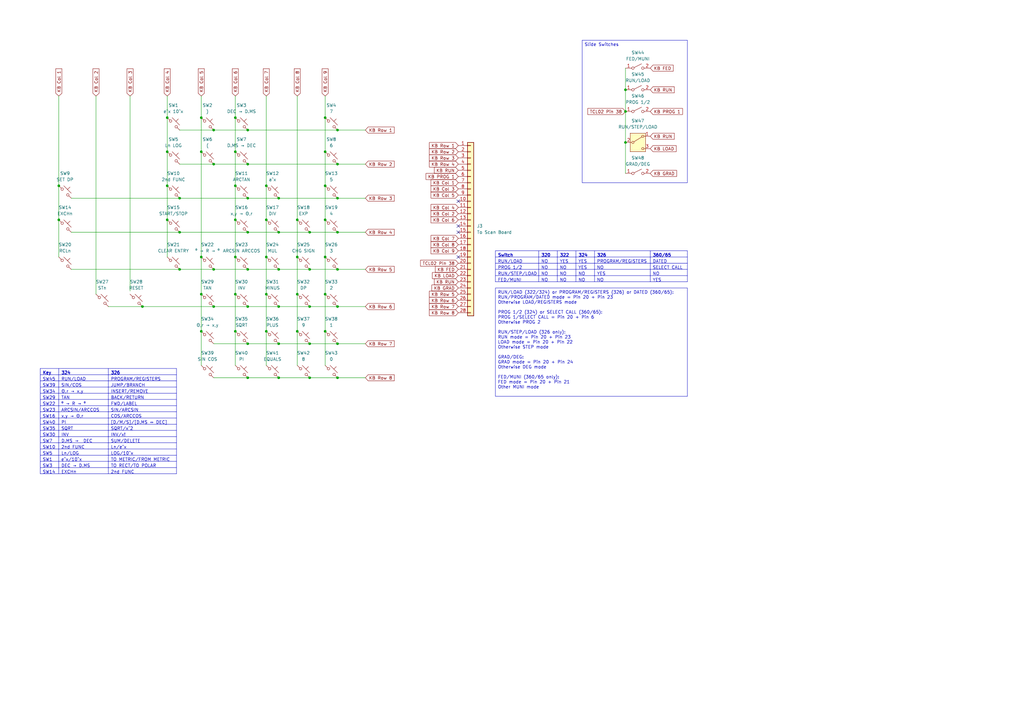
<source format=kicad_sch>
(kicad_sch (version 20250114) (generator "eeschema") (generator_version "9.0")
  (paper "A3")
  (title_block (title "Compucorp 300-Series Keyboard") (date "1/FEB/2026") (rev "WIP") (company "Brett Hallen") (comment 4 "NOTE! There may be errors!"))
  (lib_symbols
    (symbol "Connector_Generic:Conn_01x28" (pin_names (offset 1.016) (hide yes))
      (property "Reference" "J" (at 0 35.56 0))
      (property "Value" "Conn_01x28" (at 0 -38.1 0))
      (symbol "Conn_01x28_1_1"
        (rectangle (start -1.27 34.29) (end 1.27 -36.83) (stroke (width 0.254)) (fill (type background)))
        (rectangle (start -1.27 33.147) (end 0 32.893) (stroke (width 0.1524)))
        (rectangle (start -1.27 30.607) (end 0 30.353) (stroke (width 0.1524)))
        (rectangle (start -1.27 28.067) (end 0 27.813) (stroke (width 0.1524)))
        (rectangle (start -1.27 25.527) (end 0 25.273) (stroke (width 0.1524)))
        (rectangle (start -1.27 22.987) (end 0 22.733) (stroke (width 0.1524)))
        (rectangle (start -1.27 20.447) (end 0 20.193) (stroke (width 0.1524)))
        (rectangle (start -1.27 17.907) (end 0 17.653) (stroke (width 0.1524)))
        (rectangle (start -1.27 15.367) (end 0 15.113) (stroke (width 0.1524)))
        (rectangle (start -1.27 12.827) (end 0 12.573) (stroke (width 0.1524)))
        (rectangle (start -1.27 10.287) (end 0 10.033) (stroke (width 0.1524)))
        (rectangle (start -1.27 7.747) (end 0 7.493) (stroke (width 0.1524)))
        (rectangle (start -1.27 5.207) (end 0 4.953) (stroke (width 0.1524)))
        (rectangle (start -1.27 2.667) (end 0 2.413) (stroke (width 0.1524)))
        (rectangle (start -1.27 0.127) (end 0 -0.127) (stroke (width 0.1524)))
        (rectangle (start -1.27 -2.413) (end 0 -2.667) (stroke (width 0.1524)))
        (rectangle (start -1.27 -4.953) (end 0 -5.207) (stroke (width 0.1524)))
        (rectangle (start -1.27 -7.493) (end 0 -7.747) (stroke (width 0.1524)))
        (rectangle (start -1.27 -10.033) (end 0 -10.287) (stroke (width 0.1524)))
        (rectangle (start -1.27 -12.573) (end 0 -12.827) (stroke (width 0.1524)))
        (rectangle (start -1.27 -15.113) (end 0 -15.367) (stroke (width 0.1524)))
        (rectangle (start -1.27 -17.653) (end 0 -17.907) (stroke (width 0.1524)))
        (rectangle (start -1.27 -20.193) (end 0 -20.447) (stroke (width 0.1524)))
        (rectangle (start -1.27 -22.733) (end 0 -22.987) (stroke (width 0.1524)))
        (rectangle (start -1.27 -25.273) (end 0 -25.527) (stroke (width 0.1524)))
        (rectangle (start -1.27 -27.813) (end 0 -28.067) (stroke (width 0.1524)))
        (rectangle (start -1.27 -30.353) (end 0 -30.607) (stroke (width 0.1524)))
        (rectangle (start -1.27 -32.893) (end 0 -33.147) (stroke (width 0.1524)))
        (rectangle (start -1.27 -35.433) (end 0 -35.687) (stroke (width 0.1524)))
        (pin passive line (at -5.08 33.02 0) (length 3.81) (name "Pin_1") (number "1"))
        (pin passive line (at -5.08 30.48 0) (length 3.81) (name "Pin_2") (number "2"))
        (pin passive line (at -5.08 27.94 0) (length 3.81) (name "Pin_3") (number "3"))
        (pin passive line (at -5.08 25.4 0) (length 3.81) (name "Pin_4") (number "4"))
        (pin passive line (at -5.08 22.86 0) (length 3.81) (name "Pin_5") (number "5"))
        (pin passive line (at -5.08 20.32 0) (length 3.81) (name "Pin_6") (number "6"))
        (pin passive line (at -5.08 17.78 0) (length 3.81) (name "Pin_7") (number "7"))
        (pin passive line (at -5.08 15.24 0) (length 3.81) (name "Pin_8") (number "8"))
        (pin passive line (at -5.08 12.7 0) (length 3.81) (name "Pin_9") (number "9"))
        (pin passive line (at -5.08 10.16 0) (length 3.81) (name "Pin_10") (number "10"))
        (pin passive line (at -5.08 7.62 0) (length 3.81) (name "Pin_11") (number "11"))
        (pin passive line (at -5.08 5.08 0) (length 3.81) (name "Pin_12") (number "12"))
        (pin passive line (at -5.08 2.54 0) (length 3.81) (name "Pin_13") (number "13"))
        (pin passive line (at -5.08 0 0) (length 3.81) (name "Pin_14") (number "14"))
        (pin passive line (at -5.08 -2.54 0) (length 3.81) (name "Pin_15") (number "15"))
        (pin passive line (at -5.08 -5.08 0) (length 3.81) (name "Pin_16") (number "16"))
        (pin passive line (at -5.08 -7.62 0) (length 3.81) (name "Pin_17") (number "17"))
        (pin passive line (at -5.08 -10.16 0) (length 3.81) (name "Pin_18") (number "18"))
        (pin passive line (at -5.08 -12.7 0) (length 3.81) (name "Pin_19") (number "19"))
        (pin passive line (at -5.08 -15.24 0) (length 3.81) (name "Pin_20") (number "20"))
        (pin passive line (at -5.08 -17.78 0) (length 3.81) (name "Pin_21") (number "21"))
        (pin passive line (at -5.08 -20.32 0) (length 3.81) (name "Pin_22") (number "22"))
        (pin passive line (at -5.08 -22.86 0) (length 3.81) (name "Pin_23") (number "23"))
        (pin passive line (at -5.08 -25.4 0) (length 3.81) (name "Pin_24") (number "24"))
        (pin passive line (at -5.08 -27.94 0) (length 3.81) (name "Pin_25") (number "25"))
        (pin passive line (at -5.08 -30.48 0) (length 3.81) (name "Pin_26") (number "26"))
        (pin passive line (at -5.08 -33.02 0) (length 3.81) (name "Pin_27") (number "27"))
        (pin passive line (at -5.08 -35.56 0) (length 3.81) (name "Pin_28") (number "28"))
      )
    )
    (symbol "Switch:SW_Push_45deg" (pin_numbers (hide yes)) (pin_names (offset 1.016) (hide yes))
      (property "Reference" "SW" (at 3.048 1.016 0))
      (property "Value" "SW_Push_45deg" (at 0 -3.81 0))
      (symbol "SW_Push_45deg_0_1"
        (polyline (pts (xy -2.54 2.54) (xy -1.524 1.524) (xy -1.524 1.524)))
        (circle (center -1.1684 1.1684) (radius 0.508))
        (polyline (pts (xy -0.508 2.54) (xy 2.54 -0.508)))
        (polyline (pts (xy 1.016 1.016) (xy 2.032 2.032)))
        (circle (center 1.143 -1.1938) (radius 0.508))
        (polyline (pts (xy 1.524 -1.524) (xy 2.54 -2.54) (xy 2.54 -2.54) (xy 2.54 -2.54)))
        (pin passive line (at -2.54 2.54 0) (length 0) (name "1") (number "1"))
        (pin passive line (at 2.54 -2.54 180) (length 0) (name "2") (number "2"))
      )
    )
    (symbol "Switch:SW_SPDT" (pin_names (offset 0) (hide yes))
      (property "Reference" "SW" (at 0 5.08 0))
      (property "Value" "SW_SPDT" (at 0 -5.08 0))
      (symbol "SW_SPDT_0_1"
        (circle (center -2.032 0) (radius 0.4572))
        (polyline (pts (xy -1.651 0.254) (xy 1.651 2.286)))
        (circle (center 2.032 2.54) (radius 0.4572))
        (circle (center 2.032 -2.54) (radius 0.4572))
      )
      (symbol "SW_SPDT_1_1"
        (rectangle (start -3.175 3.81) (end 3.175 -3.81) (fill (type background)))
        (pin passive line (at -5.08 0 0) (length 2.54) (name "B") (number "2"))
        (pin passive line (at 5.08 2.54 180) (length 2.54) (name "A") (number "1"))
        (pin passive line (at 5.08 -2.54 180) (length 2.54) (name "C") (number "3"))
      )
    )
    (symbol "Switch:SW_SPST" (pin_names (offset 0) (hide yes))
      (property "Reference" "SW" (at 0 3.175 0))
      (property "Value" "SW_SPST" (at 0 -2.54 0))
      (symbol "SW_SPST_0_0"
        (circle (center -2.032 0) (radius 0.508))
        (polyline (pts (xy -1.524 0.254) (xy 1.524 1.778)))
        (circle (center 2.032 0) (radius 0.508))
      )
      (symbol "SW_SPST_1_1"
        (pin passive line (at -5.08 0 0) (length 2.54) (name "A") (number "1"))
        (pin passive line (at 5.08 0 180) (length 2.54) (name "B") (number "2"))
      )
    )
  )
  (text_box "RUN/LOAD (322/324) or PROGRAM/REGISTERS (326) or DATED (360/65): \nRUN/PROGRAM/DATED mode = Pin 20 + Pin 23\nOtherwise LOAD/REGISTERS mode\n\nPROG 1/2 (324) or SELECT CALL (360/65):\nPROG 1/SELECT CALL = Pin 20 + Pin 6\nOtherwise PROG 2\n\nRUN/STEP/LOAD (326 only):\nRUN mode = Pin 20 + Pin 23\nLOAD mode = Pin 20 + Pin 22\nOtherwise STEP mode\n\nGRAD/DEG:\nGRAD mode = Pin 20 + Pin 24\nOtherwise DEG mode\n\nFED/MUNI (360/65 only):\nFED mode = Pin 20 + Pin 21\nOther MUNI mode" (at 203.2 118.11 0) (size 78.74 44.45) (margins 0.9525 0.9525 0.9525 0.9525) (effects (font (size 1.27 1.27)) (justify left top)))
  (text_box "Slide Switches" (at 238.76 16.51 0) (size 43.18 58.42) (margins 0.9525 0.9525 0.9525 0.9525) (effects (font (size 1.27 1.27)) (justify left top)))
  (junction (at 73.66 95.25))
  (junction (at 133.35 120.65))
  (junction (at 101.6 53.34))
  (junction (at 127 110.49))
  (junction (at 127 140.97))
  (junction (at 127 154.94))
  (junction (at 138.43 95.25))
  (junction (at 114.3 154.94))
  (junction (at 138.43 53.34))
  (junction (at 96.52 76.2))
  (junction (at 114.3 140.97))
  (junction (at 96.52 62.23))
  (junction (at 109.22 90.17))
  (junction (at 133.35 48.26))
  (junction (at 68.58 90.17))
  (junction (at 138.43 154.94))
  (junction (at 127 95.25))
  (junction (at 101.6 154.94))
  (junction (at 96.52 90.17))
  (junction (at 96.52 135.89))
  (junction (at 138.43 81.28))
  (junction (at 68.58 48.26))
  (junction (at 82.55 120.65))
  (junction (at 58.42 125.73))
  (junction (at 87.63 67.31))
  (junction (at 121.92 90.17))
  (junction (at 127 125.73))
  (junction (at 114.3 95.25))
  (junction (at 82.55 62.23))
  (junction (at 114.3 125.73))
  (junction (at 87.63 110.49))
  (junction (at 73.66 110.49))
  (junction (at 109.22 76.2))
  (junction (at 138.43 140.97))
  (junction (at 24.13 76.2))
  (junction (at 133.35 62.23))
  (junction (at 73.66 81.28))
  (junction (at 138.43 125.73))
  (junction (at 82.55 48.26))
  (junction (at 101.6 95.25))
  (junction (at 256.54 58.42))
  (junction (at 82.55 105.41))
  (junction (at 68.58 76.2))
  (junction (at 256.54 45.72))
  (junction (at 68.58 62.23))
  (junction (at 109.22 120.65))
  (junction (at 96.52 105.41))
  (junction (at 138.43 110.49))
  (junction (at 256.54 36.83))
  (junction (at 96.52 120.65))
  (junction (at 101.6 140.97))
  (junction (at 121.92 120.65))
  (junction (at 114.3 110.49))
  (junction (at 101.6 81.28))
  (junction (at 101.6 110.49))
  (junction (at 121.92 135.89))
  (junction (at 24.13 90.17))
  (junction (at 101.6 67.31))
  (junction (at 138.43 67.31))
  (junction (at 133.35 135.89))
  (junction (at 87.63 53.34))
  (junction (at 87.63 125.73))
  (junction (at 109.22 105.41))
  (junction (at 133.35 90.17))
  (junction (at 133.35 105.41))
  (junction (at 109.22 135.89))
  (junction (at 133.35 76.2))
  (junction (at 101.6 125.73))
  (junction (at 114.3 81.28))
  (junction (at 96.52 48.26))
  (junction (at 82.55 135.89))
  (junction (at 121.92 105.41))
  (no_connect (at 187.96 95.25))
  (no_connect (at 187.96 82.55))
  (no_connect (at 187.96 105.41))
  (no_connect (at 187.96 92.71))
  (wire (pts (xy 138.43 67.31) (xy 149.86 67.31)))
  (wire (pts (xy 96.52 120.65) (xy 96.52 135.89)))
  (wire (pts (xy 138.43 81.28) (xy 149.86 81.28)))
  (wire (pts (xy 24.13 39.37) (xy 24.13 76.2)))
  (wire (pts (xy 138.43 140.97) (xy 149.86 140.97)))
  (wire (pts (xy 87.63 125.73) (xy 101.6 125.73)))
  (wire (pts (xy 87.63 140.97) (xy 101.6 140.97)))
  (wire (pts (xy 109.22 105.41) (xy 109.22 120.65)))
  (wire (pts (xy 127 125.73) (xy 138.43 125.73)))
  (wire (pts (xy 114.3 81.28) (xy 138.43 81.28)))
  (wire (pts (xy 133.35 120.65) (xy 133.35 135.89)))
  (wire (pts (xy 68.58 62.23) (xy 68.58 76.2)))
  (wire (pts (xy 82.55 48.26) (xy 82.55 62.23)))
  (wire (pts (xy 29.21 110.49) (xy 73.66 110.49)))
  (wire (pts (xy 96.52 135.89) (xy 96.52 149.86)))
  (wire (pts (xy 82.55 120.65) (xy 82.55 135.89)))
  (wire (pts (xy 68.58 90.17) (xy 68.58 105.41)))
  (wire (pts (xy 114.3 95.25) (xy 127 95.25)))
  (wire (pts (xy 73.66 67.31) (xy 87.63 67.31)))
  (wire (pts (xy 138.43 53.34) (xy 149.86 53.34)))
  (wire (pts (xy 109.22 76.2) (xy 109.22 90.17)))
  (wire (pts (xy 82.55 39.37) (xy 82.55 48.26)))
  (wire (pts (xy 68.58 76.2) (xy 68.58 90.17)))
  (wire (pts (xy 73.66 81.28) (xy 101.6 81.28)))
  (wire (pts (xy 138.43 154.94) (xy 149.86 154.94)))
  (wire (pts (xy 96.52 105.41) (xy 96.52 120.65)))
  (wire (pts (xy 109.22 135.89) (xy 109.22 149.86)))
  (wire (pts (xy 133.35 48.26) (xy 133.35 62.23)))
  (wire (pts (xy 138.43 95.25) (xy 149.86 95.25)))
  (wire (pts (xy 68.58 39.37) (xy 68.58 48.26)))
  (wire (pts (xy 133.35 105.41) (xy 133.35 120.65)))
  (wire (pts (xy 127 95.25) (xy 138.43 95.25)))
  (wire (pts (xy 24.13 76.2) (xy 24.13 90.17)))
  (wire (pts (xy 53.34 39.37) (xy 53.34 119.38)))
  (wire (pts (xy 121.92 135.89) (xy 121.92 149.86)))
  (wire (pts (xy 127 154.94) (xy 138.43 154.94)))
  (wire (pts (xy 96.52 62.23) (xy 96.52 76.2)))
  (wire (pts (xy 96.52 90.17) (xy 96.52 105.41)))
  (wire (pts (xy 87.63 67.31) (xy 101.6 67.31)))
  (wire (pts (xy 256.54 27.94) (xy 256.54 36.83)))
  (wire (pts (xy 24.13 90.17) (xy 24.13 105.41)))
  (wire (pts (xy 138.43 125.73) (xy 149.86 125.73)))
  (wire (pts (xy 121.92 39.37) (xy 121.92 90.17)))
  (wire (pts (xy 87.63 53.34) (xy 101.6 53.34)))
  (wire (pts (xy 133.35 135.89) (xy 133.35 149.86)))
  (wire (pts (xy 101.6 81.28) (xy 114.3 81.28)))
  (wire (pts (xy 133.35 90.17) (xy 133.35 105.41)))
  (wire (pts (xy 68.58 48.26) (xy 68.58 62.23)))
  (wire (pts (xy 121.92 120.65) (xy 121.92 135.89)))
  (wire (pts (xy 256.54 58.42) (xy 256.54 71.12)))
  (wire (pts (xy 138.43 110.49) (xy 149.86 110.49)))
  (wire (pts (xy 127 140.97) (xy 138.43 140.97)))
  (wire (pts (xy 109.22 39.37) (xy 109.22 76.2)))
  (wire (pts (xy 109.22 90.17) (xy 109.22 105.41)))
  (wire (pts (xy 114.3 110.49) (xy 127 110.49)))
  (wire (pts (xy 101.6 110.49) (xy 114.3 110.49)))
  (wire (pts (xy 96.52 48.26) (xy 96.52 62.23)))
  (wire (pts (xy 101.6 53.34) (xy 138.43 53.34)))
  (wire (pts (xy 39.37 39.37) (xy 39.37 120.65)))
  (wire (pts (xy 114.3 125.73) (xy 127 125.73)))
  (wire (pts (xy 121.92 90.17) (xy 121.92 105.41)))
  (wire (pts (xy 87.63 110.49) (xy 101.6 110.49)))
  (wire (pts (xy 109.22 120.65) (xy 109.22 135.89)))
  (wire (pts (xy 101.6 67.31) (xy 138.43 67.31)))
  (wire (pts (xy 73.66 110.49) (xy 87.63 110.49)))
  (wire (pts (xy 101.6 140.97) (xy 114.3 140.97)))
  (wire (pts (xy 101.6 154.94) (xy 114.3 154.94)))
  (wire (pts (xy 121.92 105.41) (xy 121.92 120.65)))
  (wire (pts (xy 73.66 95.25) (xy 101.6 95.25)))
  (wire (pts (xy 96.52 76.2) (xy 96.52 90.17)))
  (wire (pts (xy 114.3 140.97) (xy 127 140.97)))
  (wire (pts (xy 29.21 81.28) (xy 73.66 81.28)))
  (wire (pts (xy 96.52 39.37) (xy 96.52 48.26)))
  (wire (pts (xy 114.3 154.94) (xy 127 154.94)))
  (wire (pts (xy 73.66 53.34) (xy 87.63 53.34)))
  (wire (pts (xy 133.35 62.23) (xy 133.35 76.2)))
  (wire (pts (xy 87.63 154.94) (xy 101.6 154.94)))
  (wire (pts (xy 82.55 105.41) (xy 82.55 120.65)))
  (wire (pts (xy 29.21 95.25) (xy 73.66 95.25)))
  (wire (pts (xy 82.55 62.23) (xy 82.55 105.41)))
  (wire (pts (xy 256.54 36.83) (xy 256.54 45.72)))
  (wire (pts (xy 127 110.49) (xy 138.43 110.49)))
  (wire (pts (xy 101.6 95.25) (xy 114.3 95.25)))
  (wire (pts (xy 101.6 125.73) (xy 114.3 125.73)))
  (wire (pts (xy 133.35 39.37) (xy 133.35 48.26)))
  (wire (pts (xy 44.45 125.73) (xy 58.42 125.73)))
  (wire (pts (xy 82.55 135.89) (xy 82.55 149.86)))
  (wire (pts (xy 133.35 76.2) (xy 133.35 90.17)))
  (wire (pts (xy 58.42 125.73) (xy 87.63 125.73)))
  (wire (pts (xy 256.54 45.72) (xy 256.54 58.42)))
  (table (column_count 3) (border (external yes) (header yes)) (separators (rows yes) (cols yes)) (column_widths 7.62 20.32 27.94) (row_heights 2.54 2.54 2.54 2.54 2.54 2.54 2.54 2.54 2.54 2.54 2.54 2.54 2.54 2.54 2.54 2.54 2.54) (cells (table_cell "Key" (at 16.51 151.13 0) (size 7.62 2.54) (margins 0.9525 0.9525 0.9525 0.9525) (span 1 1)) (table_cell "324" (at 24.13 151.13 0) (size 20.32 2.54) (margins 0.9525 0.9525 0.9525 0.9525) (span 1 1)) (table_cell "326" (at 44.45 151.13 0) (size 27.94 2.54) (margins 0.9525 0.9525 0.9525 0.9525) (span 1 1)) (table_cell "SW45" (at 16.51 153.67 0) (size 7.62 2.54) (margins 0.9525 0.9525 0.9525 0.9525) (span 1 1)) (table_cell "RUN/LOAD" (at 24.13 153.67 0) (size 20.32 2.54) (margins 0.9525 0.9525 0.9525 0.9525) (span 1 1)) (table_cell "PROGRAM/REGISTERS" (at 44.45 153.67 0) (size 27.94 2.54) (margins 0.9525 0.9525 0.9525 0.9525) (span 1 1)) (table_cell "SW39" (at 16.51 156.21 0) (size 7.62 2.54) (margins 0.9525 0.9525 0.9525 0.9525) (span 1 1)) (table_cell "SIN/COS" (at 24.13 156.21 0) (size 20.32 2.54) (margins 0.9525 0.9525 0.9525 0.9525) (span 1 1)) (table_cell "JUMP/BRANCH" (at 44.45 156.21 0) (size 27.94 2.54) (margins 0.9525 0.9525 0.9525 0.9525) (span 1 1)) (table_cell "SW34" (at 16.51 158.75 0) (size 7.62 2.54) (margins 0.9525 0.9525 0.9525 0.9525) (span 1 1)) (table_cell "Θ,r → x,y" (at 24.13 158.75 0) (size 20.32 2.54) (margins 0.9525 0.9525 0.9525 0.9525) (span 1 1)) (table_cell "INSERT/REMOVE" (at 44.45 158.75 0) (size 27.94 2.54) (margins 0.9525 0.9525 0.9525 0.9525) (span 1 1)) (table_cell "SW29" (at 16.51 161.29 0) (size 7.62 2.54) (margins 0.9525 0.9525 0.9525 0.9525) (span 1 1)) (table_cell "TAN" (at 24.13 161.29 0) (size 20.32 2.54) (margins 0.9525 0.9525 0.9525 0.9525) (span 1 1)) (table_cell "BACK/RETURN" (at 44.45 161.29 0) (size 27.94 2.54) (margins 0.9525 0.9525 0.9525 0.9525) (span 1 1)) (table_cell "SW22" (at 16.51 163.83 0) (size 7.62 2.54) (margins 0.9525 0.9525 0.9525 0.9525) (span 1 1)) (table_cell "º → R → º" (at 24.13 163.83 0) (size 20.32 2.54) (margins 0.9525 0.9525 0.9525 0.9525) (span 1 1)) (table_cell "FWD/LABEL" (at 44.45 163.83 0) (size 27.94 2.54) (margins 0.9525 0.9525 0.9525 0.9525) (span 1 1)) (table_cell "SW23" (at 16.51 166.37 0) (size 7.62 2.54) (margins 0.9525 0.9525 0.9525 0.9525) (span 1 1)) (table_cell "ARCSIN/ARCCOS" (at 24.13 166.37 0) (size 20.32 2.54) (margins 0.9525 0.9525 0.9525 0.9525) (span 1 1)) (table_cell "SIN/ARCSIN" (at 44.45 166.37 0) (size 27.94 2.54) (margins 0.9525 0.9525 0.9525 0.9525) (span 1 1)) (table_cell "SW16" (at 16.51 168.91 0) (size 7.62 2.54) (margins 0.9525 0.9525 0.9525 0.9525) (span 1 1)) (table_cell "x,y → Θ,r" (at 24.13 168.91 0) (size 20.32 2.54) (margins 0.9525 0.9525 0.9525 0.9525) (span 1 1)) (table_cell "COS/ARCCOS" (at 44.45 168.91 0) (size 27.94 2.54) (margins 0.9525 0.9525 0.9525 0.9525) (span 1 1)) (table_cell "SW40" (at 16.51 171.45 0) (size 7.62 2.54) (margins 0.9525 0.9525 0.9525 0.9525) (span 1 1)) (table_cell "PI" (at 24.13 171.45 0) (size 20.32 2.54) (margins 0.9525 0.9525 0.9525 0.9525) (span 1 1)) (table_cell "[D/M/S]/[D.MS ↔ DEC]" (at 44.45 171.45 0) (size 27.94 2.54) (margins 0.9525 0.9525 0.9525 0.9525) (span 1 1)) (table_cell "SW35" (at 16.51 173.99 0) (size 7.62 2.54) (margins 0.9525 0.9525 0.9525 0.9525) (span 1 1)) (table_cell "SQRT" (at 24.13 173.99 0) (size 20.32 2.54) (margins 0.9525 0.9525 0.9525 0.9525) (span 1 1)) (table_cell "SQRT/x^2" (at 44.45 173.99 0) (size 27.94 2.54) (margins 0.9525 0.9525 0.9525 0.9525) (span 1 1)) (table_cell "SW30" (at 16.51 176.53 0) (size 7.62 2.54) (margins 0.9525 0.9525 0.9525 0.9525) (span 1 1)) (table_cell "INV" (at 24.13 176.53 0) (size 20.32 2.54) (margins 0.9525 0.9525 0.9525 0.9525) (span 1 1)) (table_cell "INV/x!" (at 44.45 176.53 0) (size 27.94 2.54) (margins 0.9525 0.9525 0.9525 0.9525) (span 1 1)) (table_cell "SW7" (at 16.51 179.07 0) (size 7.62 2.54) (margins 0.9525 0.9525 0.9525 0.9525) (span 1 1)) (table_cell "D.MS →  DEC" (at 24.13 179.07 0) (size 20.32 2.54) (margins 0.9525 0.9525 0.9525 0.9525) (span 1 1)) (table_cell "SUM/DELETE" (at 44.45 179.07 0) (size 27.94 2.54) (margins 0.9525 0.9525 0.9525 0.9525) (span 1 1)) (table_cell "SW10" (at 16.51 181.61 0) (size 7.62 2.54) (margins 0.9525 0.9525 0.9525 0.9525) (span 1 1)) (table_cell "2nd FUNC" (at 24.13 181.61 0) (size 20.32 2.54) (margins 0.9525 0.9525 0.9525 0.9525) (span 1 1)) (table_cell "Ln/e^x" (at 44.45 181.61 0) (size 27.94 2.54) (margins 0.9525 0.9525 0.9525 0.9525) (span 1 1)) (table_cell "SW5" (at 16.51 184.15 0) (size 7.62 2.54) (margins 0.9525 0.9525 0.9525 0.9525) (span 1 1)) (table_cell "Ln/LOG" (at 24.13 184.15 0) (size 20.32 2.54) (margins 0.9525 0.9525 0.9525 0.9525) (span 1 1)) (table_cell "LOG/10^x" (at 44.45 184.15 0) (size 27.94 2.54) (margins 0.9525 0.9525 0.9525 0.9525) (span 1 1)) (table_cell "SW1" (at 16.51 186.69 0) (size 7.62 2.54) (margins 0.9525 0.9525 0.9525 0.9525) (span 1 1)) (table_cell "e^x/10^x" (at 24.13 186.69 0) (size 20.32 2.54) (margins 0.9525 0.9525 0.9525 0.9525) (span 1 1)) (table_cell "TO METRIC/FROM METRIC" (at 44.45 186.69 0) (size 27.94 2.54) (margins 0.9525 0.9525 0.9525 0.9525) (span 1 1)) (table_cell "SW3" (at 16.51 189.23 0) (size 7.62 2.54) (margins 0.9525 0.9525 0.9525 0.9525) (span 1 1)) (table_cell "DEC → D.MS" (at 24.13 189.23 0) (size 20.32 2.54) (margins 0.9525 0.9525 0.9525 0.9525) (span 1 1)) (table_cell "TO RECT/TO POLAR" (at 44.45 189.23 0) (size 27.94 2.54) (margins 0.9525 0.9525 0.9525 0.9525) (span 1 1)) (table_cell "SW14" (at 16.51 191.77 0) (size 7.62 2.54) (margins 0.9525 0.9525 0.9525 0.9525) (span 1 1)) (table_cell "EXCHn" (at 24.13 191.77 0) (size 20.32 2.54) (margins 0.9525 0.9525 0.9525 0.9525) (span 1 1)) (table_cell "2nd FUNC" (at 44.45 191.77 0) (size 27.94 2.54) (margins 0.9525 0.9525 0.9525 0.9525) (span 1 1))))
  (table (column_count 6) (border (external yes) (header yes)) (separators (rows yes) (cols yes)) (column_widths 17.78 7.62 7.62 7.62 22.86 15.24) (row_heights 2.54 2.54 2.54 2.54 2.54) (cells (table_cell "Switch" (at 203.2 102.87 0) (size 17.78 2.54) (margins 0.9525 0.9525 0.9525 0.9525) (span 1 1)) (table_cell "320" (at 220.98 102.87 0) (size 7.62 2.54) (margins 0.9525 0.9525 0.9525 0.9525) (span 1 1)) (table_cell "322" (at 228.6 102.87 0) (size 7.62 2.54) (margins 0.9525 0.9525 0.9525 0.9525) (span 1 1)) (table_cell "324" (at 236.22 102.87 0) (size 7.62 2.54) (margins 0.9525 0.9525 0.9525 0.9525) (span 1 1)) (table_cell "326" (at 243.84 102.87 0) (size 22.86 2.54) (margins 0.9525 0.9525 0.9525 0.9525) (span 1 1)) (table_cell "360/65" (at 266.7 102.87 0) (size 15.24 2.54) (margins 0.9525 0.9525 0.9525 0.9525) (span 1 1)) (table_cell "RUN/LOAD" (at 203.2 105.41 0) (size 17.78 2.54) (margins 0.9525 0.9525 0.9525 0.9525) (span 1 1)) (table_cell "NO" (at 220.98 105.41 0) (size 7.62 2.54) (margins 0.9525 0.9525 0.9525 0.9525) (span 1 1)) (table_cell "YES" (at 228.6 105.41 0) (size 7.62 2.54) (margins 0.9525 0.9525 0.9525 0.9525) (span 1 1)) (table_cell "YES" (at 236.22 105.41 0) (size 7.62 2.54) (margins 0.9525 0.9525 0.9525 0.9525) (span 1 1)) (table_cell "PROGRAM/REGISTERS" (at 243.84 105.41 0) (size 22.86 2.54) (margins 0.9525 0.9525 0.9525 0.9525) (span 1 1)) (table_cell "DATED" (at 266.7 105.41 0) (size 15.24 2.54) (margins 0.9525 0.9525 0.9525 0.9525) (span 1 1)) (table_cell "PROG 1/2" (at 203.2 107.95 0) (size 17.78 2.54) (margins 0.9525 0.9525 0.9525 0.9525) (span 1 1)) (table_cell "NO" (at 220.98 107.95 0) (size 7.62 2.54) (margins 0.9525 0.9525 0.9525 0.9525) (span 1 1)) (table_cell "NO" (at 228.6 107.95 0) (size 7.62 2.54) (margins 0.9525 0.9525 0.9525 0.9525) (span 1 1)) (table_cell "YES" (at 236.22 107.95 0) (size 7.62 2.54) (margins 0.9525 0.9525 0.9525 0.9525) (span 1 1)) (table_cell "NO" (at 243.84 107.95 0) (size 22.86 2.54) (margins 0.9525 0.9525 0.9525 0.9525) (span 1 1)) (table_cell "SELECT CALL" (at 266.7 107.95 0) (size 15.24 2.54) (margins 0.9525 0.9525 0.9525 0.9525) (span 1 1)) (table_cell "RUN/STEP/LOAD" (at 203.2 110.49 0) (size 17.78 2.54) (margins 0.9525 0.9525 0.9525 0.9525) (span 1 1)) (table_cell "NO" (at 220.98 110.49 0) (size 7.62 2.54) (margins 0.9525 0.9525 0.9525 0.9525) (span 1 1)) (table_cell "NO" (at 228.6 110.49 0) (size 7.62 2.54) (margins 0.9525 0.9525 0.9525 0.9525) (span 1 1)) (table_cell "NO" (at 236.22 110.49 0) (size 7.62 2.54) (margins 0.9525 0.9525 0.9525 0.9525) (span 1 1)) (table_cell "YES" (at 243.84 110.49 0) (size 22.86 2.54) (margins 0.9525 0.9525 0.9525 0.9525) (span 1 1)) (table_cell "NO" (at 266.7 110.49 0) (size 15.24 2.54) (margins 0.9525 0.9525 0.9525 0.9525) (span 1 1)) (table_cell "FED/MUNI" (at 203.2 113.03 0) (size 17.78 2.54) (margins 0.9525 0.9525 0.9525 0.9525) (span 1 1)) (table_cell "NO" (at 220.98 113.03 0) (size 7.62 2.54) (margins 0.9525 0.9525 0.9525 0.9525) (span 1 1)) (table_cell "NO" (at 228.6 113.03 0) (size 7.62 2.54) (margins 0.9525 0.9525 0.9525 0.9525) (span 1 1)) (table_cell "NO" (at 236.22 113.03 0) (size 7.62 2.54) (margins 0.9525 0.9525 0.9525 0.9525) (span 1 1)) (table_cell "NO" (at 243.84 113.03 0) (size 22.86 2.54) (margins 0.9525 0.9525 0.9525 0.9525) (span 1 1)) (table_cell "YES" (at 266.7 113.03 0) (size 15.24 2.54) (margins 0.9525 0.9525 0.9525 0.9525) (span 1 1))))
  (global_label "KB Row 3" (shape input) (at 149.86 81.28 0) (property "Intersheetrefs" "${INTERSHEET_REFS}" (effects (hide yes))))
  (global_label "KB Row 5" (shape input) (at 149.86 110.49 0) (property "Intersheetrefs" "${INTERSHEET_REFS}" (effects (hide yes))))
  (global_label "KB Col 6" (shape input) (at 96.52 39.37 90) (property "Intersheetrefs" "${INTERSHEET_REFS}" (effects (hide yes))))
  (global_label "KB Row 7" (shape input) (at 149.86 140.97 0) (property "Intersheetrefs" "${INTERSHEET_REFS}" (effects (hide yes))))
  (global_label "KB Col 5" (shape input) (at 82.55 39.37 90) (property "Intersheetrefs" "${INTERSHEET_REFS}" (effects (hide yes))))
  (global_label "KB Col 3" (shape input) (at 53.34 39.37 90) (property "Intersheetrefs" "${INTERSHEET_REFS}" (effects (hide yes))))
  (global_label "KB Row 8" (shape input) (at 149.86 154.94 0) (property "Intersheetrefs" "${INTERSHEET_REFS}" (effects (hide yes))))
  (global_label "KB Row 2" (shape input) (at 149.86 67.31 0) (property "Intersheetrefs" "${INTERSHEET_REFS}" (effects (hide yes))))
  (global_label "KB RUN" (shape input) (at 266.7 55.88 0) (property "Intersheetrefs" "${INTERSHEET_REFS}" (effects (hide yes))))
  (global_label "KB GRAD" (shape input) (at 266.7 71.12 0) (property "Intersheetrefs" "${INTERSHEET_REFS}" (effects (hide yes))))
  (global_label "KB RUN" (shape input) (at 266.7 36.83 0) (property "Intersheetrefs" "${INTERSHEET_REFS}" (effects (hide yes))))
  (global_label "KB FED" (shape input) (at 266.7 27.94 0) (property "Intersheetrefs" "${INTERSHEET_REFS}" (effects (hide yes))))
  (global_label "KB Col 2" (shape input) (at 39.37 39.37 90) (property "Intersheetrefs" "${INTERSHEET_REFS}" (effects (hide yes))))
  (global_label "KB LOAD" (shape input) (at 266.7 60.96 0) (property "Intersheetrefs" "${INTERSHEET_REFS}" (effects (hide yes))))
  (global_label "KB Col 7" (shape input) (at 109.22 39.37 90) (property "Intersheetrefs" "${INTERSHEET_REFS}" (effects (hide yes))))
  (global_label "KB Row 6" (shape input) (at 149.86 125.73 0) (property "Intersheetrefs" "${INTERSHEET_REFS}" (effects (hide yes))))
  (global_label "TCL02 Pin 38" (shape input) (at 187.96 107.95 180) (property "Intersheetrefs" "${INTERSHEET_REFS}" (effects (hide yes))))
  (global_label "KB Col 9" (shape input) (at 133.35 39.37 90) (property "Intersheetrefs" "${INTERSHEET_REFS}" (effects (hide yes))))
  (global_label "KB Row 4" (shape input) (at 149.86 95.25 0) (property "Intersheetrefs" "${INTERSHEET_REFS}" (effects (hide yes))))
  (global_label "KB PROG 1" (shape input) (at 266.7 45.72 0) (property "Intersheetrefs" "${INTERSHEET_REFS}" (effects (hide yes))))
  (global_label "KB Col 8" (shape input) (at 121.92 39.37 90) (property "Intersheetrefs" "${INTERSHEET_REFS}" (effects (hide yes))))
  (global_label "KB Col 1" (shape input) (at 24.13 39.37 90) (property "Intersheetrefs" "${INTERSHEET_REFS}" (effects (hide yes))))
  (global_label "KB Row 1" (shape input) (at 149.86 53.34 0) (property "Intersheetrefs" "${INTERSHEET_REFS}" (effects (hide yes))))
  (global_label "KB Row 3" (shape input) (at 187.96 64.77 180) (property "Intersheetrefs" "${INTERSHEET_REFS}" (effects (hide yes))))
  (global_label "KB Row 4" (shape input) (at 187.96 67.31 180) (property "Intersheetrefs" "${INTERSHEET_REFS}" (effects (hide yes))))
  (global_label "KB Row 1" (shape input) (at 187.96 59.69 180) (property "Intersheetrefs" "${INTERSHEET_REFS}" (effects (hide yes))))
  (global_label "KB Row 2" (shape input) (at 187.96 62.23 180) (property "Intersheetrefs" "${INTERSHEET_REFS}" (effects (hide yes))))
  (global_label "KB RUN" (shape input) (at 187.96 69.85 180) (property "Intersheetrefs" "${INTERSHEET_REFS}" (effects (hide yes))))
  (global_label "KB PROG 1" (shape input) (at 187.96 72.39 180) (property "Intersheetrefs" "${INTERSHEET_REFS}" (effects (hide yes))))
  (global_label "KB Col 3" (shape input) (at 187.96 77.47 180) (property "Intersheetrefs" "${INTERSHEET_REFS}" (effects (hide yes))))
  (global_label "KB Col 1" (shape input) (at 187.96 74.93 180) (property "Intersheetrefs" "${INTERSHEET_REFS}" (effects (hide yes))))
  (global_label "KB Col 5" (shape input) (at 187.96 80.01 180) (property "Intersheetrefs" "${INTERSHEET_REFS}" (effects (hide yes))))
  (global_label "KB Col 7" (shape input) (at 187.96 97.79 180) (property "Intersheetrefs" "${INTERSHEET_REFS}" (effects (hide yes))))
  (global_label "KB Col 8" (shape input) (at 187.96 100.33 180) (property "Intersheetrefs" "${INTERSHEET_REFS}" (effects (hide yes))))
  (global_label "KB Col 4" (shape input) (at 187.96 85.09 180) (property "Intersheetrefs" "${INTERSHEET_REFS}" (effects (hide yes))))
  (global_label "KB Col 2" (shape input) (at 187.96 87.63 180) (property "Intersheetrefs" "${INTERSHEET_REFS}" (effects (hide yes))))
  (global_label "KB Col 6" (shape input) (at 187.96 90.17 180) (property "Intersheetrefs" "${INTERSHEET_REFS}" (effects (hide yes))))
  (global_label "KB Col 9" (shape input) (at 187.96 102.87 180) (property "Intersheetrefs" "${INTERSHEET_REFS}" (effects (hide yes))))
  (global_label "KB GRAD" (shape input) (at 187.96 118.11 180) (property "Intersheetrefs" "${INTERSHEET_REFS}" (effects (hide yes))))
  (global_label "KB Row 5" (shape input) (at 187.96 120.65 180) (property "Intersheetrefs" "${INTERSHEET_REFS}" (effects (hide yes))))
  (global_label "KB Row 6" (shape input) (at 187.96 123.19 180) (property "Intersheetrefs" "${INTERSHEET_REFS}" (effects (hide yes))))
  (global_label "KB Row 7" (shape input) (at 187.96 125.73 180) (property "Intersheetrefs" "${INTERSHEET_REFS}" (effects (hide yes))))
  (global_label "KB Row 8" (shape input) (at 187.96 128.27 180) (property "Intersheetrefs" "${INTERSHEET_REFS}" (effects (hide yes))))
  (global_label "KB RUN" (shape input) (at 187.96 115.57 180) (property "Intersheetrefs" "${INTERSHEET_REFS}" (effects (hide yes))))
  (global_label "KB LOAD" (shape input) (at 187.96 113.03 180) (property "Intersheetrefs" "${INTERSHEET_REFS}" (effects (hide yes))))
  (global_label "KB FED" (shape input) (at 187.96 110.49 180) (property "Intersheetrefs" "${INTERSHEET_REFS}" (effects (hide yes))))
  (global_label "KB Col 4" (shape input) (at 68.58 39.37 90) (property "Intersheetrefs" "${INTERSHEET_REFS}" (effects (hide yes))))
  (global_label "TCL02 Pin 38" (shape input) (at 256.54 45.72 180) (property "Intersheetrefs" "${INTERSHEET_REFS}" (effects (hide yes))))
  (symbol (lib_id "Switch:SW_Push_45deg") (at 135.89 138.43 0) (unit 1)
    (property "Reference" "SW38" (at 135.89 130.81 0))
    (property "Value" "1" (at 135.89 133.35 0))
    (property "Description" "Push button switch, normally open, two pins, 45° tilted" (effects (hide yes)))
  )
  (symbol (lib_id "Switch:SW_SPST") (at 261.62 36.83 0) (unit 1)
    (property "Reference" "SW45" (at 261.62 30.48 0))
    (property "Value" "RUN/LOAD" (at 261.62 33.02 0))
    (property "Description" "Single Pole Single Throw (SPST) switch" (effects (hide yes)))
  )
  (symbol (lib_id "Switch:SW_Push_45deg") (at 99.06 78.74 0) (unit 1)
    (property "Reference" "SW11" (at 99.06 71.12 0))
    (property "Value" "ARCTAN" (at 99.06 73.66 0))
    (property "Description" "Push button switch, normally open, two pins, 45° tilted" (effects (hide yes)))
  )
  (symbol (lib_id "Switch:SW_Push_45deg") (at 99.06 138.43 0) (unit 1)
    (property "Reference" "SW35" (at 99.06 130.81 0))
    (property "Value" "SQRT" (at 99.06 133.35 0))
    (property "Description" "Push button switch, normally open, two pins, 45° tilted" (effects (hide yes)))
  )
  (symbol (lib_id "Switch:SW_Push_45deg") (at 135.89 107.95 0) (unit 1)
    (property "Reference" "SW26" (at 135.89 100.33 0))
    (property "Value" "3" (at 135.89 102.87 0))
    (property "Description" "Push button switch, normally open, two pins, 45° tilted" (effects (hide yes)))
  )
  (symbol (lib_id "Switch:SW_Push_45deg") (at 26.67 92.71 0) (unit 1)
    (property "Reference" "SW14" (at 26.67 85.09 0))
    (property "Value" "EXCHn" (at 26.67 87.63 0))
    (property "Description" "Push button switch, normally open, two pins, 45° tilted" (effects (hide yes)))
  )
  (symbol (lib_id "Switch:SW_Push_45deg") (at 99.06 64.77 0) (unit 1)
    (property "Reference" "SW7" (at 99.06 57.15 0))
    (property "Value" "D.MS → DEC" (at 99.06 59.69 0))
    (property "Description" "Push button switch, normally open, two pins, 45° tilted" (effects (hide yes)))
  )
  (symbol (lib_id "Switch:SW_Push_45deg") (at 26.67 78.74 0) (unit 1)
    (property "Reference" "SW9" (at 26.67 71.12 0))
    (property "Value" "SET DP" (at 26.67 73.66 0))
    (property "Description" "Push button switch, normally open, two pins, 45° tilted" (effects (hide yes)))
  )
  (symbol (lib_id "Switch:SW_Push_45deg") (at 55.88 123.19 0) (unit 1)
    (property "Reference" "SW28" (at 55.88 115.57 0))
    (property "Value" "RESET" (at 55.88 118.11 0))
    (property "Description" "Push button switch, normally open, two pins, 45° tilted" (effects (hide yes)))
  )
  (symbol (lib_id "Switch:SW_Push_45deg") (at 71.12 78.74 0) (unit 1)
    (property "Reference" "SW10" (at 71.12 71.12 0))
    (property "Value" "2nd FUNC" (at 71.12 73.66 0))
    (property "Description" "Push button switch, normally open, two pins, 45° tilted" (effects (hide yes)))
  )
  (symbol (lib_id "Switch:SW_Push_45deg") (at 99.06 123.19 0) (unit 1)
    (property "Reference" "SW30" (at 99.06 115.57 0))
    (property "Value" "INV" (at 99.06 118.11 0))
    (property "Description" "Push button switch, normally open, two pins, 45° tilted" (effects (hide yes)))
  )
  (symbol (lib_id "Switch:SW_Push_45deg") (at 111.76 78.74 0) (unit 1)
    (property "Reference" "SW12" (at 111.76 71.12 0))
    (property "Value" "a^x" (at 111.76 73.66 0))
    (property "Description" "Push button switch, normally open, two pins, 45° tilted" (effects (hide yes)))
  )
  (symbol (lib_id "Switch:SW_Push_45deg") (at 135.89 78.74 0) (unit 1)
    (property "Reference" "SW13" (at 135.89 71.12 0))
    (property "Value" "5" (at 135.89 73.66 0))
    (property "Description" "Push button switch, normally open, two pins, 45° tilted" (effects (hide yes)))
  )
  (symbol (lib_id "Switch:SW_Push_45deg") (at 124.46 152.4 0) (unit 1)
    (property "Reference" "SW42" (at 124.46 144.78 0))
    (property "Value" "8" (at 124.46 147.32 0))
    (property "Description" "Push button switch, normally open, two pins, 45° tilted" (effects (hide yes)))
  )
  (symbol (lib_id "Switch:SW_SPST") (at 261.62 45.72 0) (unit 1)
    (property "Reference" "SW46" (at 261.62 39.37 0))
    (property "Value" "PROG 1/2" (at 261.62 41.91 0))
    (property "Description" "Single Pole Single Throw (SPST) switch" (effects (hide yes)))
  )
  (symbol (lib_id "Switch:SW_Push_45deg") (at 26.67 107.95 0) (unit 1)
    (property "Reference" "SW20" (at 26.67 100.33 0))
    (property "Value" "RCLn" (at 26.67 102.87 0))
    (property "Description" "Push button switch, normally open, two pins, 45° tilted" (effects (hide yes)))
  )
  (symbol (lib_id "Switch:SW_Push_45deg") (at 85.09 64.77 0) (unit 1)
    (property "Reference" "SW6" (at 85.09 57.15 0))
    (property "Value" "(" (at 85.09 59.69 0))
    (property "Description" "Push button switch, normally open, two pins, 45° tilted" (effects (hide yes)))
  )
  (symbol (lib_id "Switch:SW_Push_45deg") (at 99.06 92.71 0) (unit 1)
    (property "Reference" "SW16" (at 99.06 85.09 0))
    (property "Value" "x,y → Θ,r" (at 99.06 87.63 0))
    (property "Description" "Push button switch, normally open, two pins, 45° tilted" (effects (hide yes)))
  )
  (symbol (lib_id "Switch:SW_Push_45deg") (at 111.76 92.71 0) (unit 1)
    (property "Reference" "SW17" (at 111.76 85.09 0))
    (property "Value" "DIV" (at 111.76 87.63 0))
    (property "Description" "Push button switch, normally open, two pins, 45° tilted" (effects (hide yes)))
  )
  (symbol (lib_id "Switch:SW_Push_45deg") (at 85.09 138.43 0) (unit 1)
    (property "Reference" "SW34" (at 85.09 130.81 0))
    (property "Value" "Θ,r → x,y" (at 85.09 133.35 0))
    (property "Description" "Push button switch, normally open, two pins, 45° tilted" (effects (hide yes)))
  )
  (symbol (lib_id "Switch:SW_SPDT") (at 261.62 58.42 0) (unit 1)
    (property "Reference" "SW47" (at 261.62 49.53 0))
    (property "Value" "RUN/STEP/LOAD" (at 261.62 52.07 0))
    (property "Description" "Switch, single pole double throw" (effects (hide yes)))
  )
  (symbol (lib_id "Switch:SW_Push_45deg") (at 135.89 50.8 0) (unit 1)
    (property "Reference" "SW4" (at 135.89 43.18 0))
    (property "Value" "7" (at 135.89 45.72 0))
    (property "Description" "Push button switch, normally open, two pins, 45° tilted" (effects (hide yes)))
  )
  (symbol (lib_id "Switch:SW_Push_45deg") (at 135.89 152.4 0) (unit 1)
    (property "Reference" "SW43" (at 135.89 144.78 0))
    (property "Value" "0" (at 135.89 147.32 0))
    (property "Description" "Push button switch, normally open, two pins, 45° tilted" (effects (hide yes)))
  )
  (symbol (lib_id "Switch:SW_SPST") (at 261.62 71.12 0) (unit 1)
    (property "Reference" "SW48" (at 261.62 64.77 0))
    (property "Value" "GRAD/DEG" (at 261.62 67.31 0))
    (property "Description" "Single Pole Single Throw (SPST) switch" (effects (hide yes)))
  )
  (symbol (lib_id "Switch:SW_SPST") (at 261.62 27.94 0) (unit 1)
    (property "Reference" "SW44" (at 261.62 21.59 0))
    (property "Value" "FED/MUNI" (at 261.62 24.13 0))
    (property "Description" "Single Pole Single Throw (SPST) switch" (effects (hide yes)))
  )
  (symbol (lib_id "Switch:SW_Push_45deg") (at 111.76 138.43 0) (unit 1)
    (property "Reference" "SW36" (at 111.76 130.81 0))
    (property "Value" "PLUS" (at 111.76 133.35 0))
    (property "Description" "Push button switch, normally open, two pins, 45° tilted" (effects (hide yes)))
  )
  (symbol (lib_id "Switch:SW_Push_45deg") (at 71.12 64.77 0) (unit 1)
    (property "Reference" "SW5" (at 71.12 57.15 0))
    (property "Value" "Ln LOG" (at 71.12 59.69 0))
    (property "Description" "Push button switch, normally open, two pins, 45° tilted" (effects (hide yes)))
  )
  (symbol (lib_id "Switch:SW_Push_45deg") (at 99.06 50.8 0) (unit 1)
    (property "Reference" "SW3" (at 99.06 43.18 0))
    (property "Value" "DEC → D.MS" (at 99.06 45.72 0))
    (property "Description" "Push button switch, normally open, two pins, 45° tilted" (effects (hide yes)))
  )
  (symbol (lib_id "Switch:SW_Push_45deg") (at 71.12 50.8 0) (unit 1)
    (property "Reference" "SW1" (at 71.12 43.18 0))
    (property "Value" "e^x 10^x" (at 71.12 45.72 0))
    (property "Description" "Push button switch, normally open, two pins, 45° tilted" (effects (hide yes)))
  )
  (symbol (lib_id "Switch:SW_Push_45deg") (at 71.12 107.95 0) (unit 1)
    (property "Reference" "SW21" (at 71.12 100.33 0))
    (property "Value" "CLEAR ENTRY" (at 71.12 102.87 0))
    (property "Description" "Push button switch, normally open, two pins, 45° tilted" (effects (hide yes)))
  )
  (symbol (lib_id "Switch:SW_Push_45deg") (at 124.46 123.19 0) (unit 1)
    (property "Reference" "SW32" (at 124.46 115.57 0))
    (property "Value" "DP" (at 124.46 118.11 0))
    (property "Description" "Push button switch, normally open, two pins, 45° tilted" (effects (hide yes)))
  )
  (symbol (lib_id "Switch:SW_Push_45deg") (at 124.46 92.71 0) (unit 1)
    (property "Reference" "SW18" (at 124.46 85.09 0))
    (property "Value" "EXP" (at 124.46 87.63 0))
    (property "Description" "Push button switch, normally open, two pins, 45° tilted" (effects (hide yes)))
  )
  (symbol (lib_id "Switch:SW_Push_45deg") (at 71.12 92.71 0) (unit 1)
    (property "Reference" "SW15" (at 71.12 85.09 0))
    (property "Value" "START/STOP" (at 71.12 87.63 0))
    (property "Description" "Push button switch, normally open, two pins, 45° tilted" (effects (hide yes)))
  )
  (symbol (lib_id "Switch:SW_Push_45deg") (at 124.46 107.95 0) (unit 1)
    (property "Reference" "SW25" (at 124.46 100.33 0))
    (property "Value" "CHG SIGN" (at 124.46 102.87 0))
    (property "Description" "Push button switch, normally open, two pins, 45° tilted" (effects (hide yes)))
  )
  (symbol (lib_id "Connector_Generic:Conn_01x28") (at 193.04 92.71 0) (unit 1)
    (property "Reference" "J3" (at 195.58 92.7099 0) (effects (justify left)))
    (property "Value" "To Scan Board" (at 195.58 95.2499 0) (effects (justify left)))
    (property "Description" "Generic connector, single row, 01x28, script generated (kicad-library-utils/schlib/autogen/connector/)" (effects (hide yes)))
  )
  (symbol (lib_id "Switch:SW_Push_45deg") (at 111.76 123.19 0) (unit 1)
    (property "Reference" "SW31" (at 111.76 115.57 0))
    (property "Value" "MINUS" (at 111.76 118.11 0))
    (property "Description" "Push button switch, normally open, two pins, 45° tilted" (effects (hide yes)))
  )
  (symbol (lib_id "Switch:SW_Push_45deg") (at 124.46 138.43 0) (unit 1)
    (property "Reference" "SW37" (at 124.46 130.81 0))
    (property "Value" "9" (at 124.46 133.35 0))
    (property "Description" "Push button switch, normally open, two pins, 45° tilted" (effects (hide yes)))
  )
  (symbol (lib_id "Switch:SW_Push_45deg") (at 85.09 152.4 0) (unit 1)
    (property "Reference" "SW39" (at 85.09 144.78 0))
    (property "Value" "SIN COS" (at 85.09 147.32 0))
    (property "Description" "Push button switch, normally open, two pins, 45° tilted" (effects (hide yes)))
  )
  (symbol (lib_id "Switch:SW_Push_45deg") (at 135.89 92.71 0) (unit 1)
    (property "Reference" "SW19" (at 135.89 85.09 0))
    (property "Value" "4" (at 135.89 87.63 0))
    (property "Description" "Push button switch, normally open, two pins, 45° tilted" (effects (hide yes)))
  )
  (symbol (lib_id "Switch:SW_Push_45deg") (at 111.76 107.95 0) (unit 1)
    (property "Reference" "SW24" (at 111.76 100.33 0))
    (property "Value" "MUL" (at 111.76 102.87 0))
    (property "Description" "Push button switch, normally open, two pins, 45° tilted" (effects (hide yes)))
  )
  (symbol (lib_id "Switch:SW_Push_45deg") (at 135.89 123.19 0) (unit 1)
    (property "Reference" "SW33" (at 135.89 115.57 0))
    (property "Value" "2" (at 135.89 118.11 0))
    (property "Description" "Push button switch, normally open, two pins, 45° tilted" (effects (hide yes)))
  )
  (symbol (lib_id "Switch:SW_Push_45deg") (at 135.89 64.77 0) (unit 1)
    (property "Reference" "SW8" (at 135.89 57.15 0))
    (property "Value" "6" (at 135.89 59.69 0))
    (property "Description" "Push button switch, normally open, two pins, 45° tilted" (effects (hide yes)))
  )
  (symbol (lib_id "Switch:SW_Push_45deg") (at 85.09 107.95 0) (unit 1)
    (property "Reference" "SW22" (at 85.09 100.33 0))
    (property "Value" "º → R → º" (at 85.09 102.87 0))
    (property "Description" "Push button switch, normally open, two pins, 45° tilted" (effects (hide yes)))
  )
  (symbol (lib_id "Switch:SW_Push_45deg") (at 99.06 107.95 0) (unit 1)
    (property "Reference" "SW23" (at 99.06 100.33 0))
    (property "Value" "ARCSIN ARCCOS" (at 99.06 102.87 0))
    (property "Description" "Push button switch, normally open, two pins, 45° tilted" (effects (hide yes)))
  )
  (symbol (lib_id "Switch:SW_Push_45deg") (at 99.06 152.4 0) (unit 1)
    (property "Reference" "SW40" (at 99.06 144.78 0))
    (property "Value" "PI" (at 99.06 147.32 0))
    (property "Description" "Push button switch, normally open, two pins, 45° tilted" (effects (hide yes)))
  )
  (symbol (lib_id "Switch:SW_Push_45deg") (at 85.09 50.8 0) (unit 1)
    (property "Reference" "SW2" (at 85.09 43.18 0))
    (property "Value" ")" (at 85.09 45.72 0))
    (property "Description" "Push button switch, normally open, two pins, 45° tilted" (effects (hide yes)))
  )
  (symbol (lib_id "Switch:SW_Push_45deg") (at 111.76 152.4 0) (unit 1)
    (property "Reference" "SW41" (at 111.76 144.78 0))
    (property "Value" "EQUALS" (at 111.76 147.32 0))
    (property "Description" "Push button switch, normally open, two pins, 45° tilted" (effects (hide yes)))
  )
  (symbol (lib_id "Switch:SW_Push_45deg") (at 41.91 123.19 0) (unit 1)
    (property "Reference" "SW27" (at 41.91 115.57 0))
    (property "Value" "STn" (at 41.91 118.11 0))
    (property "Description" "Push button switch, normally open, two pins, 45° tilted" (effects (hide yes)))
  )
  (symbol (lib_id "Switch:SW_Push_45deg") (at 85.09 123.19 0) (unit 1)
    (property "Reference" "SW29" (at 85.09 115.57 0))
    (property "Value" "TAN" (at 85.09 118.11 0))
    (property "Description" "Push button switch, normally open, two pins, 45° tilted" (effects (hide yes)))
  )
)
</source>
